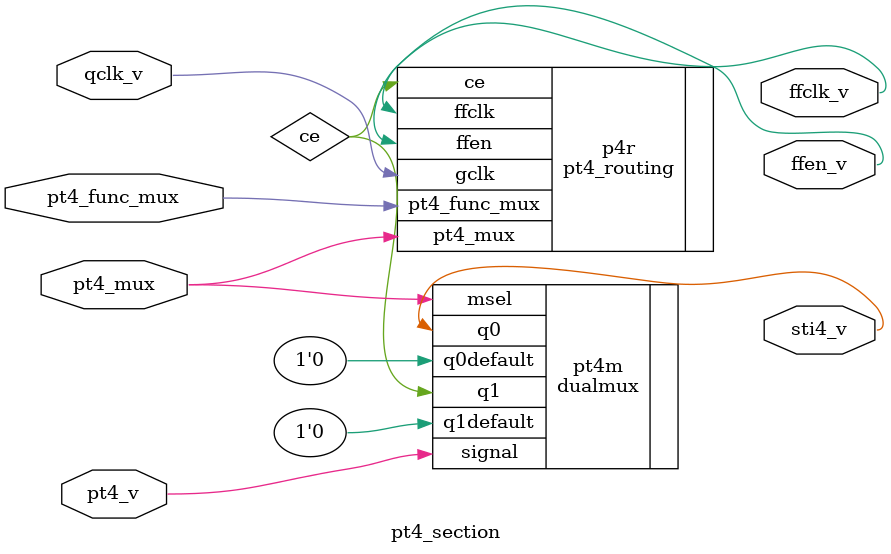
<source format=v>
`include "dualmux.v"
`include "pt4_routing.v"

module pt4_section(
  input pt4_mux, pt4_func_mux,
  input pt4_v, qclk_v,
  output sti4_v, ffen_v, ffclk_v
);

  wire ce;
  dualmux pt4m(
    .msel(pt4_mux),
    .q0default(1'b0),
    .q1default(1'b0),
    .signal(pt4_v),
    .q0(sti4_v),
    .q1(ce)
  );

  pt4_routing p4r(
    .pt4_mux(pt4_mux), .pt4_func_mux(pt4_func_mux),
    .ce(ce), .gclk(qclk_v),
    .ffen(ffen_v), .ffclk(ffclk_v)
  );
endmodule

</source>
